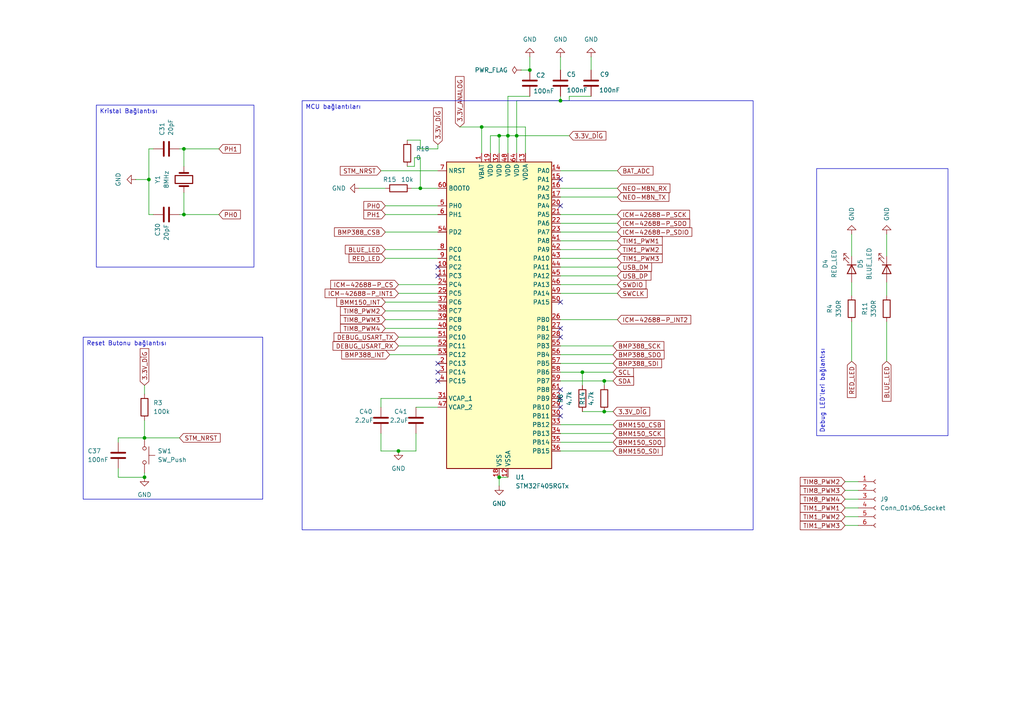
<source format=kicad_sch>
(kicad_sch (version 20250114) (generator "eeschema") (generator_version "9.0")
  (paper "A4")
  (lib_symbols
    (symbol "Connector:Conn_01x06_Socket" (pin_names (offset 1.016) (hide yes))
      (property "Reference" "J" (at 0 7.62 0))
      (property "Value" "Conn_01x06_Socket" (at 0 -10.16 0))
      (symbol "Conn_01x06_Socket_1_1"
        (polyline (pts (xy -1.27 5.08) (xy -0.508 5.08)) (stroke (width 0.1524)))
        (polyline (pts (xy -1.27 2.54) (xy -0.508 2.54)) (stroke (width 0.1524)))
        (polyline (pts (xy -1.27 0) (xy -0.508 0)) (stroke (width 0.1524)))
        (polyline (pts (xy -1.27 -2.54) (xy -0.508 -2.54)) (stroke (width 0.1524)))
        (polyline (pts (xy -1.27 -5.08) (xy -0.508 -5.08)) (stroke (width 0.1524)))
        (polyline (pts (xy -1.27 -7.62) (xy -0.508 -7.62)) (stroke (width 0.1524)))
        (arc (start 0 4.572) (mid -0.5058 5.08) (end 0 5.588) (stroke (width 0.1524)))
        (arc (start 0 2.032) (mid -0.5058 2.54) (end 0 3.048) (stroke (width 0.1524)))
        (arc (start 0 -0.508) (mid -0.5058 0) (end 0 0.508) (stroke (width 0.1524)))
        (arc (start 0 -3.048) (mid -0.5058 -2.54) (end 0 -2.032) (stroke (width 0.1524)))
        (arc (start 0 -5.588) (mid -0.5058 -5.08) (end 0 -4.572) (stroke (width 0.1524)))
        (arc (start 0 -8.128) (mid -0.5058 -7.62) (end 0 -7.112) (stroke (width 0.1524)))
        (pin passive line (at -5.08 5.08 0) (length 3.81) (name "Pin_1") (number "1"))
        (pin passive line (at -5.08 2.54 0) (length 3.81) (name "Pin_2") (number "2"))
        (pin passive line (at -5.08 0 0) (length 3.81) (name "Pin_3") (number "3"))
        (pin passive line (at -5.08 -2.54 0) (length 3.81) (name "Pin_4") (number "4"))
        (pin passive line (at -5.08 -5.08 0) (length 3.81) (name "Pin_5") (number "5"))
        (pin passive line (at -5.08 -7.62 0) (length 3.81) (name "Pin_6") (number "6"))
      )
    )
    (symbol "Device:C" (pin_numbers (hide yes)) (pin_names (offset 0.254))
      (property "Reference" "C" (at 0.635 2.54 0))
      (property "Value" "C" (at 0.635 -2.54 0))
      (symbol "C_0_1"
        (polyline (pts (xy -2.032 0.762) (xy 2.032 0.762)) (stroke (width 0.508)))
        (polyline (pts (xy -2.032 -0.762) (xy 2.032 -0.762)) (stroke (width 0.508)))
      )
      (symbol "C_1_1"
        (pin passive line (at 0 3.81 270) (length 2.794) (name "~") (number "1"))
        (pin passive line (at 0 -3.81 90) (length 2.794) (name "~") (number "2"))
      )
    )
    (symbol "Device:Crystal" (pin_numbers (hide yes)) (pin_names (offset 1.016) (hide yes))
      (property "Reference" "Y" (at 0 3.81 0))
      (property "Value" "Crystal" (at 0 -3.81 0))
      (symbol "Crystal_0_1"
        (polyline (pts (xy -2.54 0) (xy -1.905 0)))
        (polyline (pts (xy -1.905 -1.27) (xy -1.905 1.27)) (stroke (width 0.508)))
        (rectangle (start -1.143 2.54) (end 1.143 -2.54) (stroke (width 0.3048)))
        (polyline (pts (xy 1.905 -1.27) (xy 1.905 1.27)) (stroke (width 0.508)))
        (polyline (pts (xy 2.54 0) (xy 1.905 0)))
      )
      (symbol "Crystal_1_1"
        (pin passive line (at -3.81 0 0) (length 1.27) (name "1") (number "1"))
        (pin passive line (at 3.81 0 180) (length 1.27) (name "2") (number "2"))
      )
    )
    (symbol "Device:LED" (pin_numbers (hide yes)) (pin_names (offset 1.016) (hide yes))
      (property "Reference" "D" (at 0 2.54 0))
      (property "Value" "LED" (at 0 -2.54 0))
      (symbol "LED_0_1"
        (polyline (pts (xy -3.048 -0.762) (xy -4.572 -2.286) (xy -3.81 -2.286) (xy -4.572 -2.286) (xy -4.572 -1.524)))
        (polyline (pts (xy -1.778 -0.762) (xy -3.302 -2.286) (xy -2.54 -2.286) (xy -3.302 -2.286) (xy -3.302 -1.524)))
        (polyline (pts (xy -1.27 0) (xy 1.27 0)))
        (polyline (pts (xy -1.27 -1.27) (xy -1.27 1.27)) (stroke (width 0.254)))
        (polyline (pts (xy 1.27 -1.27) (xy 1.27 1.27) (xy -1.27 0) (xy 1.27 -1.27)) (stroke (width 0.254)))
      )
      (symbol "LED_1_1"
        (pin passive line (at -3.81 0 0) (length 2.54) (name "K") (number "1"))
        (pin passive line (at 3.81 0 180) (length 2.54) (name "A") (number "2"))
      )
    )
    (symbol "Device:R" (pin_numbers (hide yes)) (pin_names (offset 0))
      (property "Reference" "R" (at 2.032 0 90))
      (property "Value" "R" (at 0 0 90))
      (symbol "R_0_1"
        (rectangle (start -1.016 -2.54) (end 1.016 2.54) (stroke (width 0.254)))
      )
      (symbol "R_1_1"
        (pin passive line (at 0 3.81 270) (length 1.27) (name "~") (number "1"))
        (pin passive line (at 0 -3.81 90) (length 1.27) (name "~") (number "2"))
      )
    )
    (symbol "MCU_ST_STM32F4:STM32F405RGTx"
      (property "Reference" "U" (at -15.24 46.99 0))
      (property "Value" "STM32F405RGTx" (at 10.16 46.99 0))
      (symbol "STM32F405RGTx_0_1"
        (rectangle (start -15.24 -43.18) (end 15.24 45.72) (stroke (width 0.254)) (fill (type background)))
      )
      (symbol "STM32F405RGTx_1_1"
        (pin input line (at -17.78 43.18 0) (length 2.54) (name "NRST") (number "7"))
        (pin input line (at -17.78 38.1 0) (length 2.54) (name "BOOT0") (number "60"))
        (pin bidirectional line (at -17.78 33.02 0) (length 2.54) (name "PH0") (number "5"))
        (pin bidirectional line (at -17.78 30.48 0) (length 2.54) (name "PH1") (number "6"))
        (pin bidirectional line (at -17.78 25.4 0) (length 2.54) (name "PD2") (number "54"))
        (pin bidirectional line (at -17.78 20.32 0) (length 2.54) (name "PC0") (number "8"))
        (pin bidirectional line (at -17.78 17.78 0) (length 2.54) (name "PC1") (number "9"))
        (pin bidirectional line (at -17.78 15.24 0) (length 2.54) (name "PC2") (number "10"))
        (pin bidirectional line (at -17.78 12.7 0) (length 2.54) (name "PC3") (number "11"))
        (pin bidirectional line (at -17.78 10.16 0) (length 2.54) (name "PC4") (number "24"))
        (pin bidirectional line (at -17.78 7.62 0) (length 2.54) (name "PC5") (number "25"))
        (pin bidirectional line (at -17.78 5.08 0) (length 2.54) (name "PC6") (number "37"))
        (pin bidirectional line (at -17.78 2.54 0) (length 2.54) (name "PC7") (number "38"))
        (pin bidirectional line (at -17.78 0 0) (length 2.54) (name "PC8") (number "39"))
        (pin bidirectional line (at -17.78 -2.54 0) (length 2.54) (name "PC9") (number "40"))
        (pin bidirectional line (at -17.78 -5.08 0) (length 2.54) (name "PC10") (number "51"))
        (pin bidirectional line (at -17.78 -7.62 0) (length 2.54) (name "PC11") (number "52"))
        (pin bidirectional line (at -17.78 -10.16 0) (length 2.54) (name "PC12") (number "53"))
        (pin bidirectional line (at -17.78 -12.7 0) (length 2.54) (name "PC13") (number "2"))
        (pin bidirectional line (at -17.78 -15.24 0) (length 2.54) (name "PC14") (number "3"))
        (pin bidirectional line (at -17.78 -17.78 0) (length 2.54) (name "PC15") (number "4"))
        (pin power_out line (at -17.78 -22.86 0) (length 2.54) (name "VCAP_1") (number "31"))
        (pin power_out line (at -17.78 -25.4 0) (length 2.54) (name "VCAP_2") (number "47"))
        (pin power_in line (at -5.08 48.26 270) (length 2.54) (name "VBAT") (number "1"))
        (pin power_in line (at -2.54 48.26 270) (length 2.54) (name "VDD") (number "19"))
        (pin power_in line (at 0 48.26 270) (length 2.54) (name "VDD") (number "32"))
        (pin power_in line (at 0 -45.72 90) (length 2.54) (name "VSS") (number "18"))
        (pin passive line (at 0 -45.72 90) (length 2.54) (hide yes) (name "VSS") (number "63"))
        (pin power_in line (at 2.54 48.26 270) (length 2.54) (name "VDD") (number "48"))
        (pin power_in line (at 2.54 -45.72 90) (length 2.54) (name "VSSA") (number "12"))
        (pin power_in line (at 5.08 48.26 270) (length 2.54) (name "VDD") (number "64"))
        (pin power_in line (at 7.62 48.26 270) (length 2.54) (name "VDDA") (number "13"))
        (pin bidirectional line (at 17.78 43.18 180) (length 2.54) (name "PA0") (number "14"))
        (pin bidirectional line (at 17.78 40.64 180) (length 2.54) (name "PA1") (number "15"))
        (pin bidirectional line (at 17.78 38.1 180) (length 2.54) (name "PA2") (number "16"))
        (pin bidirectional line (at 17.78 35.56 180) (length 2.54) (name "PA3") (number "17"))
        (pin bidirectional line (at 17.78 33.02 180) (length 2.54) (name "PA4") (number "20"))
        (pin bidirectional line (at 17.78 30.48 180) (length 2.54) (name "PA5") (number "21"))
        (pin bidirectional line (at 17.78 27.94 180) (length 2.54) (name "PA6") (number "22"))
        (pin bidirectional line (at 17.78 25.4 180) (length 2.54) (name "PA7") (number "23"))
        (pin bidirectional line (at 17.78 22.86 180) (length 2.54) (name "PA8") (number "41"))
        (pin bidirectional line (at 17.78 20.32 180) (length 2.54) (name "PA9") (number "42"))
        (pin bidirectional line (at 17.78 17.78 180) (length 2.54) (name "PA10") (number "43"))
        (pin bidirectional line (at 17.78 15.24 180) (length 2.54) (name "PA11") (number "44"))
        (pin bidirectional line (at 17.78 12.7 180) (length 2.54) (name "PA12") (number "45"))
        (pin bidirectional line (at 17.78 10.16 180) (length 2.54) (name "PA13") (number "46"))
        (pin bidirectional line (at 17.78 7.62 180) (length 2.54) (name "PA14") (number "49"))
        (pin bidirectional line (at 17.78 5.08 180) (length 2.54) (name "PA15") (number "50"))
        (pin bidirectional line (at 17.78 0 180) (length 2.54) (name "PB0") (number "26"))
        (pin bidirectional line (at 17.78 -2.54 180) (length 2.54) (name "PB1") (number "27"))
        (pin bidirectional line (at 17.78 -5.08 180) (length 2.54) (name "PB2") (number "28"))
        (pin bidirectional line (at 17.78 -7.62 180) (length 2.54) (name "PB3") (number "55"))
        (pin bidirectional line (at 17.78 -10.16 180) (length 2.54) (name "PB4") (number "56"))
        (pin bidirectional line (at 17.78 -12.7 180) (length 2.54) (name "PB5") (number "57"))
        (pin bidirectional line (at 17.78 -15.24 180) (length 2.54) (name "PB6") (number "58"))
        (pin bidirectional line (at 17.78 -17.78 180) (length 2.54) (name "PB7") (number "59"))
        (pin bidirectional line (at 17.78 -20.32 180) (length 2.54) (name "PB8") (number "61"))
        (pin bidirectional line (at 17.78 -22.86 180) (length 2.54) (name "PB9") (number "62"))
        (pin bidirectional line (at 17.78 -25.4 180) (length 2.54) (name "PB10") (number "29"))
        (pin bidirectional line (at 17.78 -27.94 180) (length 2.54) (name "PB11") (number "30"))
        (pin bidirectional line (at 17.78 -30.48 180) (length 2.54) (name "PB12") (number "33"))
        (pin bidirectional line (at 17.78 -33.02 180) (length 2.54) (name "PB13") (number "34"))
        (pin bidirectional line (at 17.78 -35.56 180) (length 2.54) (name "PB14") (number "35"))
        (pin bidirectional line (at 17.78 -38.1 180) (length 2.54) (name "PB15") (number "36"))
      )
    )
    (symbol "Switch:SW_Push" (pin_numbers (hide yes)) (pin_names (offset 1.016) (hide yes))
      (property "Reference" "SW" (at 1.27 2.54 0))
      (property "Value" "SW_Push" (at 0 -1.524 0))
      (symbol "SW_Push_0_1"
        (circle (center -2.032 0) (radius 0.508))
        (polyline (pts (xy 0 1.27) (xy 0 3.048)))
        (circle (center 2.032 0) (radius 0.508))
        (polyline (pts (xy 2.54 1.27) (xy -2.54 1.27)))
        (pin passive line (at -5.08 0 0) (length 2.54) (name "1") (number "1"))
        (pin passive line (at 5.08 0 180) (length 2.54) (name "2") (number "2"))
      )
    )
    (symbol "power:GND" (power) (pin_numbers (hide yes)) (pin_names (offset 0) (hide yes))
      (property "Value" "GND" (at 0 -3.81 0))
      (symbol "GND_0_1"
        (polyline (pts (xy 0 0) (xy 0 -1.27) (xy 1.27 -1.27) (xy 0 -2.54) (xy -1.27 -1.27) (xy 0 -1.27)))
      )
      (symbol "GND_1_1"
        (pin power_in line (at 0 0 270) (length 0) (name "~") (number "1"))
      )
    )
    (symbol "power:PWR_FLAG" (power) (pin_numbers (hide yes)) (pin_names (offset 0) (hide yes))
      (property "Value" "PWR_FLAG" (at 0 3.81 0))
      (symbol "PWR_FLAG_0_0"
        (pin power_out line (at 0 0 90) (length 0) (name "~") (number "1"))
      )
      (symbol "PWR_FLAG_0_1"
        (polyline (pts (xy 0 0) (xy 0 1.27) (xy -1.016 1.905) (xy 0 2.54) (xy 1.016 1.905) (xy 0 1.27)))
      )
    )
  )
  (text_box "Kristal Bağlantısı" (at 27.94 30.48 0) (size 45.72 46.99) (margins 0.9525 0.9525 0.9525 0.9525) (effects (font (size 1.27 1.27)) (justify left top)))
  (text_box "Reset Butonu bağlantısı\n" (at 24.13 97.79 0) (size 52.07 46.99) (margins 0.9525 0.9525 0.9525 0.9525) (effects (font (size 1.27 1.27)) (justify left top)))
  (text_box "Debug LED'leri bağlantısı\n" (at 236.855 48.895 90) (size 38.1 77.47) (margins 0.9525 0.9525 0.9525 0.9525) (effects (font (size 1.27 1.27)) (justify left top)))
  (text_box "MCU bağlantıları\n" (at 87.63 29.21 0) (size 130.81 124.46) (margins 0.9525 0.9525 0.9525 0.9525) (effects (font (size 1.27 1.27)) (justify left top)))
  (junction (at 139.7 36.83))
  (junction (at 168.91 107.95))
  (junction (at 115.57 130.81))
  (junction (at 144.78 39.37))
  (junction (at 175.26 110.49))
  (junction (at 121.92 54.61))
  (junction (at 147.32 39.37))
  (junction (at 53.34 43.18))
  (junction (at 41.91 138.43))
  (junction (at 53.34 62.23))
  (junction (at 149.86 39.37))
  (junction (at 175.26 119.38))
  (junction (at 162.56 29.21))
  (junction (at 41.91 127))
  (junction (at 153.67 20.32))
  (junction (at 43.18 52.07))
  (junction (at 144.78 138.43))
  (no_connect (at 162.56 87.63))
  (no_connect (at 162.56 118.11))
  (no_connect (at 162.56 59.69))
  (no_connect (at 162.56 115.57))
  (no_connect (at 127 105.41))
  (no_connect (at 127 110.49))
  (no_connect (at 162.56 120.65))
  (no_connect (at 162.56 97.79))
  (no_connect (at 162.56 52.07))
  (no_connect (at 127 107.95))
  (no_connect (at 127 77.47))
  (no_connect (at 162.56 113.03))
  (no_connect (at 162.56 95.25))
  (no_connect (at 127 80.01))
  (wire (pts (xy 245.11 152.4) (xy 248.92 152.4)))
  (wire (pts (xy 162.56 69.85) (xy 179.07 69.85)))
  (wire (pts (xy 162.56 16.51) (xy 162.56 20.32)))
  (wire (pts (xy 52.07 62.23) (xy 53.34 62.23)))
  (wire (pts (xy 162.56 80.01) (xy 179.07 80.01)))
  (wire (pts (xy 147.32 39.37) (xy 147.32 44.45)))
  (wire (pts (xy 111.76 59.69) (xy 127 59.69)))
  (wire (pts (xy 162.56 82.55) (xy 179.07 82.55)))
  (wire (pts (xy 121.92 54.61) (xy 127 54.61)))
  (wire (pts (xy 162.56 100.33) (xy 177.8 100.33)))
  (wire (pts (xy 115.57 82.55) (xy 127 82.55)))
  (wire (pts (xy 171.45 27.94) (xy 165.1 27.94)))
  (wire (pts (xy 111.76 90.17) (xy 127 90.17)))
  (wire (pts (xy 162.56 92.71) (xy 179.07 92.71)))
  (wire (pts (xy 162.56 54.61) (xy 179.07 54.61)))
  (wire (pts (xy 41.91 127) (xy 41.91 121.92)))
  (wire (pts (xy 110.49 118.11) (xy 110.49 115.57)))
  (wire (pts (xy 111.76 95.25) (xy 127 95.25)))
  (wire (pts (xy 43.18 43.18) (xy 43.18 52.07)))
  (wire (pts (xy 162.56 128.27) (xy 177.8 128.27)))
  (wire (pts (xy 168.91 107.95) (xy 168.91 111.76)))
  (wire (pts (xy 41.91 137.16) (xy 41.91 138.43)))
  (wire (pts (xy 142.24 44.45) (xy 142.24 39.37)))
  (wire (pts (xy 121.92 45.72) (xy 120.2085 45.72)))
  (wire (pts (xy 121.92 45.72) (xy 121.92 54.61)))
  (wire (pts (xy 52.07 43.18) (xy 53.34 43.18)))
  (wire (pts (xy 53.34 43.18) (xy 63.5 43.18)))
  (wire (pts (xy 110.49 49.53) (xy 127 49.53)))
  (wire (pts (xy 104.14 54.61) (xy 111.76 54.61)))
  (wire (pts (xy 162.56 125.73) (xy 177.8 125.73)))
  (wire (pts (xy 171.45 16.51) (xy 171.45 20.32)))
  (wire (pts (xy 257.175 85.725) (xy 257.175 81.915)))
  (wire (pts (xy 147.32 39.37) (xy 149.86 39.37)))
  (wire (pts (xy 149.86 39.37) (xy 165.1 39.37)))
  (wire (pts (xy 165.1 27.94) (xy 165.1 29.21)))
  (wire (pts (xy 162.56 62.23) (xy 179.07 62.23)))
  (wire (pts (xy 245.11 149.86) (xy 248.92 149.86)))
  (wire (pts (xy 245.11 147.32) (xy 248.92 147.32)))
  (wire (pts (xy 257.175 74.295) (xy 257.175 67.945)))
  (wire (pts (xy 34.29 127) (xy 34.29 128.27)))
  (wire (pts (xy 162.56 107.95) (xy 168.91 107.95)))
  (wire (pts (xy 115.57 85.09) (xy 127 85.09)))
  (wire (pts (xy 162.56 64.77) (xy 179.07 64.77)))
  (wire (pts (xy 165.1 29.21) (xy 162.56 29.21)))
  (wire (pts (xy 162.56 67.31) (xy 179.07 67.31)))
  (wire (pts (xy 175.26 110.49) (xy 177.8 110.49)))
  (wire (pts (xy 147.32 27.94) (xy 147.32 39.37)))
  (wire (pts (xy 111.76 74.93) (xy 127 74.93)))
  (wire (pts (xy 257.175 104.775) (xy 257.175 93.345)))
  (wire (pts (xy 162.56 27.94) (xy 162.56 29.21)))
  (wire (pts (xy 43.18 52.07) (xy 43.18 62.23)))
  (wire (pts (xy 121.92 40.64) (xy 118.11 40.64)))
  (wire (pts (xy 144.78 39.37) (xy 147.32 39.37)))
  (wire (pts (xy 120.65 130.81) (xy 115.57 130.81)))
  (wire (pts (xy 247.015 104.775) (xy 247.015 93.345)))
  (wire (pts (xy 162.56 74.93) (xy 179.07 74.93)))
  (wire (pts (xy 139.7 36.83) (xy 139.7 44.45)))
  (wire (pts (xy 127 41.91) (xy 127 43.18)))
  (wire (pts (xy 110.49 115.57) (xy 127 115.57)))
  (wire (pts (xy 162.56 130.81) (xy 177.8 130.81)))
  (wire (pts (xy 247.015 74.295) (xy 247.015 67.945)))
  (wire (pts (xy 111.76 67.31) (xy 127 67.31)))
  (wire (pts (xy 162.56 77.47) (xy 179.07 77.47)))
  (wire (pts (xy 43.18 43.18) (xy 44.45 43.18)))
  (wire (pts (xy 111.76 92.71) (xy 127 92.71)))
  (wire (pts (xy 41.91 127) (xy 52.07 127)))
  (wire (pts (xy 53.34 62.23) (xy 63.5 62.23)))
  (wire (pts (xy 149.86 29.21) (xy 149.86 39.37)))
  (wire (pts (xy 144.78 138.43) (xy 144.78 140.97)))
  (wire (pts (xy 144.78 39.37) (xy 144.78 44.45)))
  (wire (pts (xy 127 43.18) (xy 121.92 43.18)))
  (wire (pts (xy 152.4 36.83) (xy 152.4 44.45)))
  (wire (pts (xy 119.38 54.61) (xy 121.92 54.61)))
  (wire (pts (xy 110.49 125.73) (xy 110.49 130.81)))
  (wire (pts (xy 111.76 72.39) (xy 127 72.39)))
  (wire (pts (xy 120.2085 45.72) (xy 120.2085 48.26)))
  (wire (pts (xy 152.4 36.83) (xy 139.7 36.83)))
  (wire (pts (xy 120.65 125.73) (xy 120.65 130.81)))
  (wire (pts (xy 245.11 139.7) (xy 248.92 139.7)))
  (wire (pts (xy 162.56 29.21) (xy 149.86 29.21)))
  (wire (pts (xy 247.015 85.725) (xy 247.015 81.915)))
  (wire (pts (xy 162.56 57.15) (xy 179.07 57.15)))
  (wire (pts (xy 41.91 114.3) (xy 41.91 111.76)))
  (wire (pts (xy 111.76 87.63) (xy 127 87.63)))
  (wire (pts (xy 142.24 39.37) (xy 144.78 39.37)))
  (wire (pts (xy 120.2085 48.26) (xy 118.11 48.26)))
  (wire (pts (xy 34.29 135.89) (xy 34.29 138.43)))
  (wire (pts (xy 177.8 119.38) (xy 175.26 119.38)))
  (wire (pts (xy 110.49 130.81) (xy 115.57 130.81)))
  (wire (pts (xy 162.56 49.53) (xy 179.07 49.53)))
  (wire (pts (xy 162.56 123.19) (xy 177.8 123.19)))
  (wire (pts (xy 115.57 100.33) (xy 127 100.33)))
  (wire (pts (xy 245.11 144.78) (xy 248.92 144.78)))
  (wire (pts (xy 245.11 142.24) (xy 248.92 142.24)))
  (wire (pts (xy 34.29 138.43) (xy 41.91 138.43)))
  (wire (pts (xy 153.67 27.94) (xy 147.32 27.94)))
  (wire (pts (xy 149.86 39.37) (xy 149.86 44.45)))
  (wire (pts (xy 162.56 72.39) (xy 179.07 72.39)))
  (wire (pts (xy 53.34 48.26) (xy 53.34 43.18)))
  (wire (pts (xy 162.56 105.41) (xy 177.8 105.41)))
  (wire (pts (xy 115.57 97.79) (xy 127 97.79)))
  (wire (pts (xy 153.67 16.51) (xy 153.67 20.32)))
  (wire (pts (xy 53.34 62.23) (xy 53.34 55.88)))
  (wire (pts (xy 144.78 138.43) (xy 147.32 138.43)))
  (wire (pts (xy 111.76 62.23) (xy 127 62.23)))
  (wire (pts (xy 113.03 102.87) (xy 127 102.87)))
  (wire (pts (xy 168.91 119.38) (xy 175.26 119.38)))
  (wire (pts (xy 133.35 36.83) (xy 139.7 36.83)))
  (wire (pts (xy 121.92 43.18) (xy 121.92 40.64)))
  (wire (pts (xy 162.56 110.49) (xy 175.26 110.49)))
  (wire (pts (xy 34.29 127) (xy 41.91 127)))
  (wire (pts (xy 162.56 85.09) (xy 179.07 85.09)))
  (wire (pts (xy 151.13 20.32) (xy 153.67 20.32)))
  (wire (pts (xy 120.65 118.11) (xy 127 118.11)))
  (wire (pts (xy 39.37 52.07) (xy 43.18 52.07)))
  (wire (pts (xy 162.56 102.87) (xy 177.8 102.87)))
  (wire (pts (xy 175.26 110.49) (xy 175.26 111.76)))
  (wire (pts (xy 44.45 62.23) (xy 43.18 62.23)))
  (wire (pts (xy 168.91 107.95) (xy 177.8 107.95)))
  (global_label "BMM150_SCK" (shape input) (at 177.8 125.73 0) (property "Intersheetrefs" "${INTERSHEET_REFS}" (effects (hide yes))))
  (global_label "DEBUG_USART_RX" (shape input) (at 115.57 100.33 180) (property "Intersheetrefs" "${INTERSHEET_REFS}" (effects (hide yes))))
  (global_label "BAT_ADC" (shape input) (at 179.07 49.53 0) (property "Intersheetrefs" "${INTERSHEET_REFS}" (effects (hide yes))))
  (global_label "STM_NRST" (shape input) (at 52.07 127 0) (property "Intersheetrefs" "${INTERSHEET_REFS}" (effects (hide yes))))
  (global_label "TIM1_PWM3" (shape input) (at 179.07 74.93 0) (property "Intersheetrefs" "${INTERSHEET_REFS}" (effects (hide yes))))
  (global_label "BLUE_LED" (shape input) (at 111.76 72.39 180) (property "Intersheetrefs" "${INTERSHEET_REFS}" (effects (hide yes))))
  (global_label "RED_LED" (shape input) (at 247.015 104.775 270) (property "Intersheetrefs" "${INTERSHEET_REFS}" (effects (hide yes))))
  (global_label "BMP388_INT" (shape input) (at 113.03 102.87 180) (property "Intersheetrefs" "${INTERSHEET_REFS}" (effects (hide yes))))
  (global_label "TIM1_PWM1" (shape input) (at 245.11 147.32 180) (property "Intersheetrefs" "${INTERSHEET_REFS}" (effects (hide yes))))
  (global_label "TIM8_PWM4" (shape input) (at 111.76 95.25 180) (property "Intersheetrefs" "${INTERSHEET_REFS}" (effects (hide yes))))
  (global_label "TIM1_PWM3" (shape input) (at 245.11 152.4 180) (property "Intersheetrefs" "${INTERSHEET_REFS}" (effects (hide yes))))
  (global_label "USB_DM" (shape input) (at 179.07 77.47 0) (property "Intersheetrefs" "${INTERSHEET_REFS}" (effects (hide yes))))
  (global_label "NEO-M8N_TX" (shape input) (at 179.07 57.15 0) (property "Intersheetrefs" "${INTERSHEET_REFS}" (effects (hide yes))))
  (global_label "BMP388_SDI" (shape input) (at 177.8 105.41 0) (property "Intersheetrefs" "${INTERSHEET_REFS}" (effects (hide yes))))
  (global_label "SCL" (shape input) (at 177.8 107.95 0) (property "Intersheetrefs" "${INTERSHEET_REFS}" (effects (hide yes))))
  (global_label "3.3V_DİG" (shape input) (at 41.91 111.76 90) (property "Intersheetrefs" "${INTERSHEET_REFS}" (effects (hide yes))))
  (global_label "SWDIO" (shape input) (at 179.07 82.55 0) (property "Intersheetrefs" "${INTERSHEET_REFS}" (effects (hide yes))))
  (global_label "PH1" (shape input) (at 111.76 62.23 180) (property "Intersheetrefs" "${INTERSHEET_REFS}" (effects (hide yes))))
  (global_label "TIM8_PWM3" (shape input) (at 111.76 92.71 180) (property "Intersheetrefs" "${INTERSHEET_REFS}" (effects (hide yes))))
  (global_label "DEBUG_USART_TX" (shape input) (at 115.57 97.79 180) (property "Intersheetrefs" "${INTERSHEET_REFS}" (effects (hide yes))))
  (global_label "TIM1_PWM2" (shape input) (at 245.11 149.86 180) (property "Intersheetrefs" "${INTERSHEET_REFS}" (effects (hide yes))))
  (global_label "BMP388_SCK" (shape input) (at 177.8 100.33 0) (property "Intersheetrefs" "${INTERSHEET_REFS}" (effects (hide yes))))
  (global_label "TIM1_PWM1" (shape input) (at 179.07 69.85 0) (property "Intersheetrefs" "${INTERSHEET_REFS}" (effects (hide yes))))
  (global_label "BMP388_CSB" (shape input) (at 111.76 67.31 180) (property "Intersheetrefs" "${INTERSHEET_REFS}" (effects (hide yes))))
  (global_label "ICM-42688-P_CS" (shape input) (at 115.57 82.55 180) (property "Intersheetrefs" "${INTERSHEET_REFS}" (effects (hide yes))))
  (global_label "TIM1_PWM2" (shape input) (at 179.07 72.39 0) (property "Intersheetrefs" "${INTERSHEET_REFS}" (effects (hide yes))))
  (global_label "ICM-42688-P_INT1" (shape input) (at 115.57 85.09 180) (property "Intersheetrefs" "${INTERSHEET_REFS}" (effects (hide yes))))
  (global_label "BMP388_SDO" (shape input) (at 177.8 102.87 0) (property "Intersheetrefs" "${INTERSHEET_REFS}" (effects (hide yes))))
  (global_label "BMM150_INT" (shape input) (at 111.76 87.63 180) (property "Intersheetrefs" "${INTERSHEET_REFS}" (effects (hide yes))))
  (global_label "USB_DP" (shape input) (at 179.07 80.01 0) (property "Intersheetrefs" "${INTERSHEET_REFS}" (effects (hide yes))))
  (global_label "3.3V_ANALOG" (shape input) (at 133.35 36.83 90) (property "Intersheetrefs" "${INTERSHEET_REFS}" (effects (hide yes))))
  (global_label "SWCLK" (shape input) (at 179.07 85.09 0) (property "Intersheetrefs" "${INTERSHEET_REFS}" (effects (hide yes))))
  (global_label "PH1" (shape input) (at 63.5 43.18 0) (property "Intersheetrefs" "${INTERSHEET_REFS}" (effects (hide yes))))
  (global_label "BLUE_LED" (shape input) (at 257.175 104.775 270) (property "Intersheetrefs" "${INTERSHEET_REFS}" (effects (hide yes))))
  (global_label "STM_NRST" (shape input) (at 110.49 49.53 180) (property "Intersheetrefs" "${INTERSHEET_REFS}" (effects (hide yes))))
  (global_label "PH0" (shape input) (at 63.5 62.23 0) (property "Intersheetrefs" "${INTERSHEET_REFS}" (effects (hide yes))))
  (global_label "ICM-42688-P_SCK" (shape input) (at 179.07 62.23 0) (property "Intersheetrefs" "${INTERSHEET_REFS}" (effects (hide yes))))
  (global_label "TIM8_PWM2" (shape input) (at 245.11 139.7 180) (property "Intersheetrefs" "${INTERSHEET_REFS}" (effects (hide yes))))
  (global_label "3.3V_DİG" (shape input) (at 177.8 119.38 0) (property "Intersheetrefs" "${INTERSHEET_REFS}" (effects (hide yes))))
  (global_label "TIM8_PWM3" (shape input) (at 245.11 142.24 180) (property "Intersheetrefs" "${INTERSHEET_REFS}" (effects (hide yes))))
  (global_label "ICM-42688-P_SDO" (shape input) (at 179.07 64.77 0) (property "Intersheetrefs" "${INTERSHEET_REFS}" (effects (hide yes))))
  (global_label "BMM150_CSB" (shape input) (at 177.8 123.19 0) (property "Intersheetrefs" "${INTERSHEET_REFS}" (effects (hide yes))))
  (global_label "BMM150_SDO" (shape input) (at 177.8 128.27 0) (property "Intersheetrefs" "${INTERSHEET_REFS}" (effects (hide yes))))
  (global_label "TIM8_PWM4" (shape input) (at 245.11 144.78 180) (property "Intersheetrefs" "${INTERSHEET_REFS}" (effects (hide yes))))
  (global_label "ICM-42688-P_SDIO" (shape input) (at 179.07 67.31 0) (property "Intersheetrefs" "${INTERSHEET_REFS}" (effects (hide yes))))
  (global_label "PH0" (shape input) (at 111.76 59.69 180) (property "Intersheetrefs" "${INTERSHEET_REFS}" (effects (hide yes))))
  (global_label "BMM150_SDI" (shape input) (at 177.8 130.81 0) (property "Intersheetrefs" "${INTERSHEET_REFS}" (effects (hide yes))))
  (global_label "RED_LED" (shape input) (at 111.76 74.93 180) (property "Intersheetrefs" "${INTERSHEET_REFS}" (effects (hide yes))))
  (global_label "ICM-42688-P_INT2" (shape input) (at 179.07 92.71 0) (property "Intersheetrefs" "${INTERSHEET_REFS}" (effects (hide yes))))
  (global_label "NEO-M8N_RX" (shape input) (at 179.07 54.61 0) (property "Intersheetrefs" "${INTERSHEET_REFS}" (effects (hide yes))))
  (global_label "TIM8_PWM2" (shape input) (at 111.76 90.17 180) (property "Intersheetrefs" "${INTERSHEET_REFS}" (effects (hide yes))))
  (global_label "3.3V_DİG" (shape input) (at 165.1 39.37 0) (property "Intersheetrefs" "${INTERSHEET_REFS}" (effects (hide yes))))
  (global_label "3.3V_DİG" (shape input) (at 127 41.91 90) (property "Intersheetrefs" "${INTERSHEET_REFS}" (effects (hide yes))))
  (global_label "SDA" (shape input) (at 177.8 110.49 0) (property "Intersheetrefs" "${INTERSHEET_REFS}" (effects (hide yes))))
  (symbol (lib_id "power:GND") (at 115.57 130.81 0) (unit 1)
    (property "Reference" "#PWR044" (effects (hide yes)))
    (property "Value" "GND" (at 115.57 135.89 0))
    (property "Description" "Power symbol creates a global label with name \"GND\" , ground" (effects (hide yes)))
  )
  (symbol (lib_id "Device:R") (at 41.91 118.11 0) (unit 1)
    (property "Reference" "R3" (at 44.45 116.8399 0) (effects (justify left)))
    (property "Value" "100k" (at 44.45 119.3799 0) (effects (justify left)))
    (property "Footprint" "Resistor_SMD:R_0402_1005Metric" (effects (hide yes)))
    (property "Description" "Resistor" (effects (hide yes)))
  )
  (symbol (lib_id "Device:LED") (at 257.175 78.105 270) (unit 1)
    (property "Reference" "D5" (at 249.555 76.5175 0))
    (property "Value" "BLUE_LED" (at 252.095 76.5175 0))
    (property "Footprint" "LED_SMD:LED_0603_1608Metric" (effects (hide yes)))
    (property "Description" "Light emitting diode" (effects (hide yes)))
  )
  (symbol (lib_id "power:GND") (at 257.175 67.945 180) (unit 1)
    (property "Reference" "#PWR042" (effects (hide yes)))
    (property "Value" "GND" (at 257.1749 64.135 90) (effects (justify right)))
    (property "Description" "Power symbol creates a global label with name \"GND\" , ground" (effects (hide yes)))
  )
  (symbol (lib_id "Device:R") (at 115.57 54.61 90) (unit 1)
    (property "Reference" "R15" (at 113.03 52.07 90))
    (property "Value" "10k" (at 118.11 52.07 90))
    (property "Footprint" "Resistor_SMD:R_0402_1005Metric" (effects (hide yes)))
    (property "Description" "Resistor" (effects (hide yes)))
  )
  (symbol (lib_id "Device:R") (at 168.91 115.57 180) (unit 1)
    (property "Reference" "R8" (at 162.56 115.57 90))
    (property "Value" "4.7k" (at 165.1 115.57 90))
    (property "Footprint" "Resistor_SMD:R_0402_1005Metric" (effects (hide yes)))
    (property "Description" "Resistor" (effects (hide yes)))
  )
  (symbol (lib_id "Device:LED") (at 247.015 78.105 270) (unit 1)
    (property "Reference" "D4" (at 239.395 76.5175 0))
    (property "Value" "RED_LED" (at 241.935 76.5175 0))
    (property "Footprint" "LED_SMD:LED_0603_1608Metric" (effects (hide yes)))
    (property "Description" "Light emitting diode" (effects (hide yes)))
  )
  (symbol (lib_id "Device:R") (at 247.015 89.535 180) (unit 1)
    (property "Reference" "R4" (at 240.665 89.535 90))
    (property "Value" "330R" (at 243.205 89.535 90))
    (property "Footprint" "Resistor_SMD:R_0402_1005Metric" (effects (hide yes)))
    (property "Description" "Resistor" (effects (hide yes)))
  )
  (symbol (lib_id "Device:R") (at 257.175 89.535 180) (unit 1)
    (property "Reference" "R11" (at 250.825 89.535 90))
    (property "Value" "330R" (at 253.365 89.535 90))
    (property "Footprint" "Resistor_SMD:R_0402_1005Metric" (effects (hide yes)))
    (property "Description" "Resistor" (effects (hide yes)))
  )
  (symbol (lib_id "MCU_ST_STM32F4:STM32F405RGTx") (at 144.78 92.71 0) (unit 1)
    (property "Reference" "U1" (at 149.5141 138.43 0) (effects (justify left)))
    (property "Value" "STM32F405RGTx" (at 149.5141 140.97 0) (effects (justify left)))
    (property "Footprint" "Package_QFP:LQFP-64_10x10mm_P0.5mm" (effects (hide yes)))
    (property "Datasheet" "https://www.st.com/resource/en/datasheet/stm32f405rg.pdf" (effects (hide yes)))
    (property "Description" "STMicroelectronics Arm Cortex-M4 MCU, 1024KB flash, 192KB RAM, 168 MHz, 1.8-3.6V, 51 GPIO, LQFP64" (effects (hide yes)))
  )
  (symbol (lib_id "Device:C") (at 34.29 132.08 0) (unit 1)
    (property "Reference" "C37" (at 25.4 130.81 0) (effects (justify left)))
    (property "Value" "100nF" (at 25.4 133.35 0) (effects (justify left)))
    (property "Footprint" "Capacitor_SMD:C_0402_1005Metric" (effects (hide yes)))
    (property "Description" "Unpolarized capacitor" (effects (hide yes)))
  )
  (symbol (lib_id "Connector:Conn_01x06_Socket") (at 254 144.78 0) (unit 1)
    (property "Reference" "J9" (at 255.27 144.7799 0) (effects (justify left)))
    (property "Value" "Conn_01x06_Socket" (at 255.27 147.3199 0) (effects (justify left)))
    (property "Footprint" "Connector_JST:JST_SH_SM06B-SRSS-TB_1x06-1MP_P1.00mm_Horizontal" (effects (hide yes)))
    (property "Description" "Generic connector, single row, 01x06, script generated" (effects (hide yes)))
  )
  (symbol (lib_id "power:GND") (at 104.14 54.61 270) (unit 1)
    (property "Reference" "#PWR047" (effects (hide yes)))
    (property "Value" "GND" (at 100.33 54.6099 90) (effects (justify right)))
    (property "Description" "Power symbol creates a global label with name \"GND\" , ground" (effects (hide yes)))
  )
  (symbol (lib_id "power:GND") (at 247.015 67.945 180) (unit 1)
    (property "Reference" "#PWR041" (effects (hide yes)))
    (property "Value" "GND" (at 247.0149 64.135 90) (effects (justify right)))
    (property "Description" "Power symbol creates a global label with name \"GND\" , ground" (effects (hide yes)))
  )
  (symbol (lib_id "power:GND") (at 41.91 138.43 0) (unit 1)
    (property "Reference" "#PWR039" (effects (hide yes)))
    (property "Value" "GND" (at 41.91 143.51 0))
    (property "Description" "Power symbol creates a global label with name \"GND\" , ground" (effects (hide yes)))
  )
  (symbol (lib_id "Device:C") (at 162.56 24.13 0) (unit 1)
    (property "Reference" "C5" (at 164.338 21.59 0) (effects (justify left)))
    (property "Value" "100nF" (at 164.338 26.162 0) (effects (justify left)))
    (property "Footprint" "Capacitor_SMD:C_0402_1005Metric" (effects (hide yes)))
    (property "Description" "Unpolarized capacitor" (effects (hide yes)))
  )
  (symbol (lib_id "Device:C") (at 48.26 43.18 90) (unit 1)
    (property "Reference" "C31" (at 46.9899 39.37 0) (effects (justify left)))
    (property "Value" "20pF" (at 49.5299 39.37 0) (effects (justify left)))
    (property "Footprint" "Capacitor_SMD:C_0402_1005Metric" (effects (hide yes)))
    (property "Description" "Unpolarized capacitor" (effects (hide yes)))
  )
  (symbol (lib_id "power:GND") (at 144.78 140.97 0) (unit 1)
    (property "Reference" "#PWR045" (effects (hide yes)))
    (property "Value" "GND" (at 144.78 146.05 0))
    (property "Description" "Power symbol creates a global label with name \"GND\" , ground" (effects (hide yes)))
  )
  (symbol (lib_id "Device:C") (at 110.49 121.92 0) (unit 1)
    (property "Reference" "C40" (at 104.14 119.38 0) (effects (justify left)))
    (property "Value" "2.2uF" (at 102.87 121.92 0) (effects (justify left)))
    (property "Footprint" "Capacitor_SMD:C_0402_1005Metric" (effects (hide yes)))
    (property "Description" "Unpolarized capacitor" (effects (hide yes)))
  )
  (symbol (lib_id "Device:R") (at 175.26 115.57 180) (unit 1)
    (property "Reference" "R14" (at 168.91 115.57 90))
    (property "Value" "4.7k" (at 171.45 115.57 90))
    (property "Footprint" "Resistor_SMD:R_0402_1005Metric" (effects (hide yes)))
    (property "Description" "Resistor" (effects (hide yes)))
  )
  (symbol (lib_id "power:GND") (at 39.37 52.07 270) (unit 1)
    (property "Reference" "#PWR038" (effects (hide yes)))
    (property "Value" "GND" (at 34.29 52.07 0))
    (property "Description" "Power symbol creates a global label with name \"GND\" , ground" (effects (hide yes)))
  )
  (symbol (lib_id "Device:R") (at 118.11 44.45 0) (unit 1)
    (property "Reference" "R18" (at 120.65 43.1799 0) (effects (justify left)))
    (property "Value" "0" (at 120.65 45.7199 0) (effects (justify left)))
    (property "Footprint" "Resistor_SMD:R_0402_1005Metric" (effects (hide yes)))
    (property "Description" "Resistor" (effects (hide yes)))
  )
  (symbol (lib_id "power:GND") (at 162.56 16.51 180) (unit 1)
    (property "Reference" "#PWR017" (effects (hide yes)))
    (property "Value" "GND" (at 162.56 11.43 0))
    (property "Description" "Power symbol creates a global label with name \"GND\" , ground" (effects (hide yes)))
  )
  (symbol (lib_id "power:GND") (at 171.45 16.51 180) (unit 1)
    (property "Reference" "#PWR018" (effects (hide yes)))
    (property "Value" "GND" (at 171.45 11.43 0))
    (property "Description" "Power symbol creates a global label with name \"GND\" , ground" (effects (hide yes)))
  )
  (symbol (lib_id "Device:C") (at 171.45 24.13 0) (unit 1)
    (property "Reference" "C9" (at 173.99 21.59 0) (effects (justify left)))
    (property "Value" "100nF" (at 173.736 26.162 0) (effects (justify left)))
    (property "Footprint" "Capacitor_SMD:C_0402_1005Metric" (effects (hide yes)))
    (property "Description" "Unpolarized capacitor" (effects (hide yes)))
  )
  (symbol (lib_id "Device:Crystal") (at 53.34 52.07 90) (unit 1)
    (property "Reference" "Y1" (at 45.72 52.07 0))
    (property "Value" "8MHz" (at 48.26 52.07 0))
    (property "Footprint" "Crystal:Crystal_SMD_5032-2Pin_5.0x3.2mm" (effects (hide yes)))
    (property "Description" "Two pin crystal" (effects (hide yes)))
  )
  (symbol (lib_id "power:PWR_FLAG") (at 151.13 20.32 90) (unit 1)
    (property "Reference" "#FLG02" (effects (hide yes)))
    (property "Value" "PWR_FLAG" (at 147.32 20.3199 90) (effects (justify left)))
    (property "Description" "Special symbol for telling ERC where power comes from" (effects (hide yes)))
  )
  (symbol (lib_id "Device:C") (at 48.26 62.23 90) (unit 1)
    (property "Reference" "C30" (at 45.72 68.58 0) (effects (justify left)))
    (property "Value" "20pF" (at 48.26 69.85 0) (effects (justify left)))
    (property "Footprint" "Capacitor_SMD:C_0402_1005Metric" (effects (hide yes)))
    (property "Description" "Unpolarized capacitor" (effects (hide yes)))
  )
  (symbol (lib_id "Switch:SW_Push") (at 41.91 132.08 270) (unit 1)
    (property "Reference" "SW1" (at 45.72 130.8099 90) (effects (justify left)))
    (property "Value" "SW_Push" (at 45.72 133.3499 90) (effects (justify left)))
    (property "Footprint" "Button_Switch_SMD:SW_Push_1P1T_NO_CK_KMR2" (effects (hide yes)))
    (property "Description" "Push button switch, generic, two pins" (effects (hide yes)))
  )
  (symbol (lib_id "power:GND") (at 153.67 16.51 180) (unit 1)
    (property "Reference" "#PWR016" (effects (hide yes)))
    (property "Value" "GND" (at 153.67 11.43 0))
    (property "Description" "Power symbol creates a global label with name \"GND\" , ground" (effects (hide yes)))
  )
  (symbol (lib_id "Device:C") (at 120.65 121.92 0) (unit 1)
    (property "Reference" "C41" (at 114.3 119.38 0) (effects (justify left)))
    (property "Value" "2.2uF" (at 113.03 121.92 0) (effects (justify left)))
    (property "Footprint" "Capacitor_SMD:C_0402_1005Metric" (effects (hide yes)))
    (property "Description" "Unpolarized capacitor" (effects (hide yes)))
  )
  (symbol (lib_id "Device:C") (at 153.67 24.13 0) (unit 1)
    (property "Reference" "C2" (at 155.448 21.844 0) (effects (justify left)))
    (property "Value" "100nF" (at 154.686 26.416 0) (effects (justify left)))
    (property "Footprint" "Capacitor_SMD:C_0402_1005Metric" (effects (hide yes)))
    (property "Description" "Unpolarized capacitor" (effects (hide yes)))
  )
)
</source>
